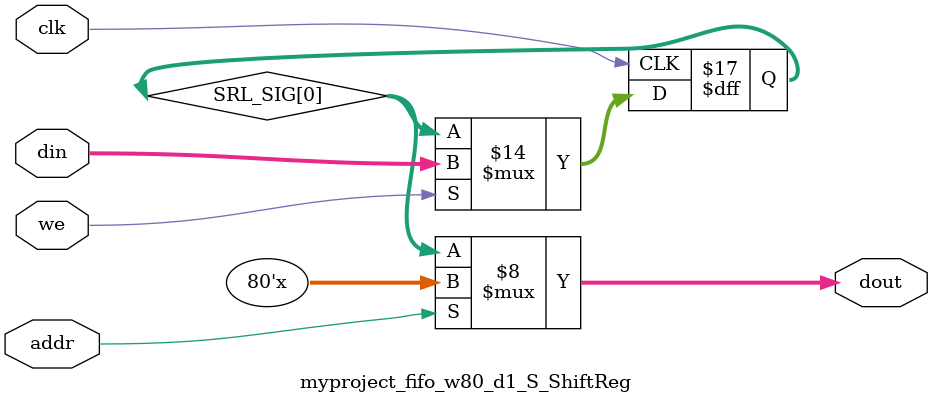
<source format=v>

`timescale 1ns/1ps

module myproject_fifo_w80_d1_S
#(parameter
    MEM_STYLE    = "shiftReg",
    DATA_WIDTH   = 80,
    ADDR_WIDTH   = 1,
    DEPTH        = 1)
(
    // system signal
    input  wire                  clk,
    input  wire                  reset,

    // write
    output wire                  if_full_n,
    input  wire                  if_write_ce,
    input  wire                  if_write,
    input  wire [DATA_WIDTH-1:0] if_din,
    
    // read 
    output wire [ADDR_WIDTH:0]   if_num_data_valid, // for FRP
    output wire [ADDR_WIDTH:0]   if_fifo_cap,       // for FRP

    output wire                  if_empty_n,
    input  wire                  if_read_ce,
    input  wire                  if_read,
    output wire [DATA_WIDTH-1:0] if_dout
);
//------------------------Parameter----------------------
localparam 
    SRL_DEPTH    = DEPTH,
    SRL_AWIDTH   = ADDR_WIDTH;
//------------------------Local signal-------------------
    reg  [SRL_AWIDTH-1:0] addr;
    wire                  push;
    wire                  pop;
    reg  [SRL_AWIDTH:0]   mOutPtr;
    reg                   empty_n = 1'b0;
    reg                   full_n = 1'b1; 

//------------------------Instantiation------------------
    myproject_fifo_w80_d1_S_ShiftReg 
    #(  .DATA_WIDTH (DATA_WIDTH),
        .ADDR_WIDTH (SRL_AWIDTH),
        .DEPTH      (SRL_DEPTH))
    U_myproject_fifo_w80_d1_S_ShiftReg (
        .clk        (clk),
        .we         (push),
        .addr       (addr),
        .din        (if_din),
        .dout       (if_dout)
    );
//------------------------Task and function--------------

//------------------------Body---------------------------
    // num_data_valid 
    assign if_num_data_valid = mOutPtr;
    assign if_fifo_cap       = DEPTH;

    // almost full/empty 

    // program full/empty 

    assign if_full_n  = full_n; 
    assign if_empty_n = empty_n;

    assign push       = full_n & if_write_ce & if_write;
    assign pop        = empty_n & if_read_ce & if_read;

    // addr
    always @(posedge clk) begin
        if (reset)
            addr <= {SRL_AWIDTH{1'b0}};
        else if (push & ~pop && empty_n)
            addr <= addr + 1'b1;
        else if (~push & pop && (mOutPtr != 1))
            addr <= addr - 1'b1;
    end

    // mOutPtr
    always @(posedge clk) begin
        if (reset)
            mOutPtr <= {SRL_AWIDTH+1{1'b0}};
        else if (push & ~pop)
            mOutPtr <= mOutPtr + 1'b1;
        else if (~push & pop)
            mOutPtr <= mOutPtr - 1'b1;
    end

    // full_n
    always @(posedge clk) begin
        if (reset)
            full_n <= 1'b1;
        else if ((push & ~pop) && (mOutPtr == DEPTH - 1))
            full_n <= 1'b0;
        else if (~push & pop)
            full_n <= 1'b1;
    end

    // empty_n
    always @(posedge clk) begin
        if (reset)
            empty_n <= 1'b0;
        else if (push & ~pop)
            empty_n <= 1'b1;
        else if ((~push & pop) && (mOutPtr == 1))
            empty_n <= 1'b0;
    end

    // almost_full_n 

    // almost_empty_n 

    // prog_full_n 
 
    // prog_empty_n 

endmodule  


module myproject_fifo_w80_d1_S_ShiftReg
#(parameter
    DATA_WIDTH  = 80,
    ADDR_WIDTH  = 1,
    DEPTH       = 1)
(
    input  wire                  clk,
    input  wire                  we,
    input  wire [ADDR_WIDTH-1:0] addr,
    input  wire [DATA_WIDTH-1:0] din,
    output wire [DATA_WIDTH-1:0] dout
);

    reg [DATA_WIDTH-1:0] SRL_SIG [0:DEPTH-1];
    integer i;

    always @(posedge clk) begin
        if (we) begin
            for (i=0; i<DEPTH-1; i=i+1)
                SRL_SIG[i+1] <= SRL_SIG[i];
            SRL_SIG[0] <= din;
        end
    end

    assign dout = SRL_SIG[addr];

endmodule
</source>
